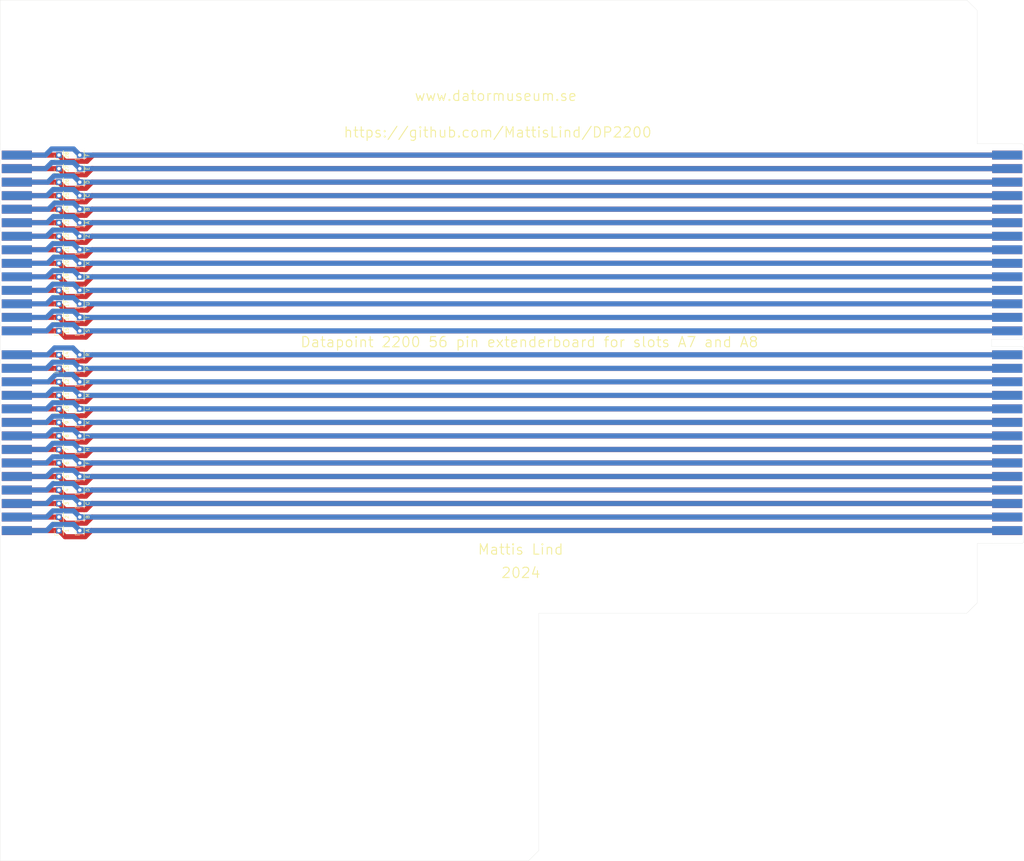
<source format=kicad_pcb>
(kicad_pcb (version 20240108) (generator "pcbnew") (generator_version "8.0")
  (layers (0 "F.Cu" signal) (31 "B.Cu" signal) (34 "B.Paste" user) (35 "F.Paste" user) (36 "B.SilkS" user "B.Silkscreen") (37 "F.SilkS" user "F.Silkscreen") (38 "B.Mask" user) (39 "F.Mask" user) (44 "Edge.Cuts" user))
  (net 0 "")
  (footprint "Connector_PinHeader_2.54mm:PinHeader_1x01_P2.54mm_Vertical" (layer "F.Cu") (at 85.961 151.47 90)
    (property "Reference" "J34" (hide yes))
    (property "Value" "7")
  )
  (footprint "Connector_PinHeader_2.54mm:PinHeader_1x01_P2.54mm_Vertical" (layer "F.Cu") (at 92.051 69.23 90)
    (property "Reference" "J27" (hide yes))
    (property "Value" "~{E}")
  )
  (footprint "CompLibraryFootprints:Datapoint_2200_56_pin_male" (layer "F.Cu") (at 359.121 176.53 90)
    (property "Reference" "J58" (hide yes))
    (property "Value" "~")
    (fp_line (start 57.31 -0.2) (end 57.31 8.8) (stroke (width 0.05)) (layer "Edge.Cuts"))
    (fp_line (start 55.25 -0.2) (end 57.31 -0.2) (stroke (width 0.05)) (layer "Edge.Cuts"))
    (fp_line (start 114.56 8.8) (end 114.56 0) (stroke (width 0.05)) (layer "Edge.Cuts"))
    (fp_line (start 114.56 8.8) (end 114.06 9.3) (stroke (width 0.05)) (layer "Edge.Cuts"))
    (fp_line (start 57.31 8.8) (end 57.81 9.3) (stroke (width 0.05)) (layer "Edge.Cuts"))
    (fp_line (start 55.25 8.8) (end 55.25 -0.2) (stroke (width 0.05)) (layer "Edge.Cuts"))
    (fp_line (start 55.25 8.8) (end 54.75 9.3) (stroke (width 0.05)) (layer "Edge.Cuts"))
    (fp_line (start -2.5 8.8) (end -2.5 0) (stroke (width 0.05)) (layer "Edge.Cuts"))
    (fp_line (start 114.06 9.3) (end 112.56 9.3) (stroke (width 0.05)) (layer "Edge.Cuts"))
    (fp_line (start 57.81 9.3) (end 112.56 9.3) (stroke (width 0.05)) (layer "Edge.Cuts"))
    (fp_line (start 54.75 9.3) (end 0 9.3) (stroke (width 0.05)) (layer "Edge.Cuts"))
    (fp_line (start 0 9.3) (end -2 9.3) (stroke (width 0.05)) (layer "Edge.Cuts"))
    (fp_line (start -2 9.3) (end -2.5 8.8) (stroke (width 0.05)) (layer "Edge.Cuts"))
  )
  (footprint "Connector_PinHeader_2.54mm:PinHeader_1x01_P2.54mm_Vertical" (layer "F.Cu") (at 85.961 143.55 90)
    (property "Reference" "J36" (hide yes))
    (property "Value" "9")
  )
  (footprint "Connector_PinHeader_2.54mm:PinHeader_1x01_P2.54mm_Vertical" (layer "F.Cu") (at 85.961 167.31 90)
    (property "Reference" "J31" (hide yes))
    (property "Value" "3")
  )
  (footprint "Connector_PinHeader_2.54mm:PinHeader_1x01_P2.54mm_Vertical" (layer "F.Cu") (at 85.961 77.15 90)
    (property "Reference" "J53" (hide yes))
    (property "Value" "25")
  )
  (footprint "Connector_PinHeader_2.54mm:PinHeader_1x01_P2.54mm_Vertical" (layer "F.Cu") (at 92.051 100.91 90)
    (property "Reference" "J19" (hide yes))
    (property "Value" "W")
  )
  (footprint "Connector_PinHeader_2.54mm:PinHeader_1x01_P2.54mm_Vertical" (layer "F.Cu") (at 92.051 139.59 90)
    (property "Reference" "J10" (hide yes))
    (property "Value" "L")
  )
  (footprint "Connector_PinHeader_2.54mm:PinHeader_1x01_P2.54mm_Vertical" (layer "F.Cu") (at 85.961 139.59 90)
    (property "Reference" "J37" (hide yes))
    (property "Value" "10")
  )
  (footprint "Connector_PinHeader_2.54mm:PinHeader_1x01_P2.54mm_Vertical" (layer "F.Cu") (at 85.961 163.35 90)
    (property "Reference" "J32" (hide yes))
    (property "Value" "4")
  )
  (footprint "Connector_PinHeader_2.54mm:PinHeader_1x01_P2.54mm_Vertical" (layer "F.Cu") (at 92.051 73.19 90)
    (property "Reference" "J26" (hide yes))
    (property "Value" "~{D}")
  )
  (footprint "Connector_PinHeader_2.54mm:PinHeader_1x01_P2.54mm_Vertical" (layer "F.Cu") (at 92.051 112.79 90)
    (property "Reference" "J16" (hide yes))
    (property "Value" "T")
  )
  (footprint "Connector_PinHeader_2.54mm:PinHeader_1x01_P2.54mm_Vertical" (layer "F.Cu") (at 85.961 65.27 90)
    (property "Reference" "J56" (hide yes))
    (property "Value" "28")
  )
  (footprint "Connector_PinHeader_2.54mm:PinHeader_1x01_P2.54mm_Vertical" (layer "F.Cu") (at 85.961 104.87 90)
    (property "Reference" "J46" (hide yes))
    (property "Value" "18")
  )
  (footprint "Connector_PinHeader_2.54mm:PinHeader_1x01_P2.54mm_Vertical" (layer "F.Cu") (at 85.961 92.99 90)
    (property "Reference" "J49" (hide yes))
    (property "Value" "21")
  )
  (footprint "Connector_PinHeader_2.54mm:PinHeader_1x01_P2.54mm_Vertical" (layer "F.Cu") (at 92.051 151.47 90)
    (property "Reference" "J7" (hide yes))
    (property "Value" "H")
  )
  (footprint "Connector_PinHeader_2.54mm:PinHeader_1x01_P2.54mm_Vertical" (layer "F.Cu") (at 92.051 167.31 90)
    (property "Reference" "J3" (hide yes))
    (property "Value" "C")
  )
  (footprint "Connector_PinHeader_2.54mm:PinHeader_1x01_P2.54mm_Vertical" (layer "F.Cu") (at 85.961 147.51 90)
    (property "Reference" "J35" (hide yes))
    (property "Value" "8")
  )
  (footprint "Connector_PinHeader_2.54mm:PinHeader_1x01_P2.54mm_Vertical" (layer "F.Cu") (at 92.051 131.67 90)
    (property "Reference" "J12" (hide yes))
    (property "Value" "N")
  )
  (footprint "Connector_PinHeader_2.54mm:PinHeader_1x01_P2.54mm_Vertical" (layer "F.Cu") (at 85.961 175.23 90)
    (property "Reference" "J29" (hide yes))
    (property "Value" "1")
  )
  (footprint "Connector_PinHeader_2.54mm:PinHeader_1x01_P2.54mm_Vertical" (layer "F.Cu") (at 92.051 123.75 90)
    (property "Reference" "J14" (hide yes))
    (property "Value" "R")
  )
  (footprint "Connector_PinHeader_2.54mm:PinHeader_1x01_P2.54mm_Vertical" (layer "F.Cu") (at 85.961 159.39 90)
    (property "Reference" "J33" (hide yes))
    (property "Value" "5")
  )
  (footprint "Connector_PinHeader_2.54mm:PinHeader_1x01_P2.54mm_Vertical" (layer "F.Cu") (at 92.051 77.15 90)
    (property "Reference" "J25" (hide yes))
    (property "Value" "~{C}")
  )
  (footprint "Connector_PinHeader_2.54mm:PinHeader_1x01_P2.54mm_Vertical" (layer "F.Cu") (at 85.961 171.27 90)
    (property "Reference" "J30" (hide yes))
    (property "Value" "2")
  )
  (footprint "Connector_PinHeader_2.54mm:PinHeader_1x01_P2.54mm_Vertical" (layer "F.Cu") (at 92.051 135.63 90)
    (property "Reference" "J11" (hide yes))
    (property "Value" "M")
  )
  (footprint "Connector_PinHeader_2.54mm:PinHeader_1x01_P2.54mm_Vertical" (layer "F.Cu") (at 92.051 81.11 90)
    (property "Reference" "J24" (hide yes))
    (property "Value" "~{B}")
  )
  (footprint "Connector_PinHeader_2.54mm:PinHeader_1x01_P2.54mm_Vertical" (layer "F.Cu") (at 92.051 92.99 90)
    (property "Reference" "J21" (hide yes))
    (property "Value" "Y")
  )
  (footprint "Connector_PinHeader_2.54mm:PinHeader_1x01_P2.54mm_Vertical" (layer "F.Cu") (at 85.961 155.43 90)
    (property "Reference" "J44" (hide yes))
    (property "Value" "6")
  )
  (footprint "Connector_PinHeader_2.54mm:PinHeader_1x01_P2.54mm_Vertical" (layer "F.Cu") (at 92.051 147.51 90)
    (property "Reference" "J8" (hide yes))
    (property "Value" "J")
  )
  (footprint "Connector_PinHeader_2.54mm:PinHeader_1x01_P2.54mm_Vertical" (layer "F.Cu") (at 92.051 171.27 90)
    (property "Reference" "J2" (hide yes))
    (property "Value" "B")
  )
  (footprint "Connector_PinHeader_2.54mm:PinHeader_1x01_P2.54mm_Vertical" (layer "F.Cu") (at 92.051 89.03 90)
    (property "Reference" "J22" (hide yes))
    (property "Value" "Z")
  )
  (footprint "Connector_PinHeader_2.54mm:PinHeader_1x01_P2.54mm_Vertical" (layer "F.Cu") (at 85.961 89.03 90)
    (property "Reference" "J50" (hide yes))
    (property "Value" "22")
  )
  (footprint "Connector_PinHeader_2.54mm:PinHeader_1x01_P2.54mm_Vertical" (layer "F.Cu") (at 85.961 123.75 90)
    (property "Reference" "J41" (hide yes))
    (property "Value" "14")
  )
  (footprint "Connector_PinHeader_2.54mm:PinHeader_1x01_P2.54mm_Vertical" (layer "F.Cu") (at 92.051 96.95 90)
    (property "Reference" "J20" (hide yes))
    (property "Value" "X")
  )
  (footprint "Connector_PinHeader_2.54mm:PinHeader_1x01_P2.54mm_Vertical" (layer "F.Cu") (at 85.961 73.19 90)
    (property "Reference" "J54" (hide yes))
    (property "Value" "26")
  )
  (footprint "Connector_PinHeader_2.54mm:PinHeader_1x01_P2.54mm_Vertical" (layer "F.Cu") (at 85.961 85.07 90)
    (property "Reference" "J51" (hide yes))
    (property "Value" "23")
  )
  (footprint "Connector_PinHeader_2.54mm:PinHeader_1x01_P2.54mm_Vertical" (layer "F.Cu") (at 85.961 135.63 90)
    (property "Reference" "J38" (hide yes))
    (property "Value" "11")
  )
  (footprint "Connector_PinHeader_2.54mm:PinHeader_1x01_P2.54mm_Vertical" (layer "F.Cu") (at 92.051 143.55 90)
    (property "Reference" "J9" (hide yes))
    (property "Value" "K")
  )
  (footprint "CompLibraryFootprints:Datapoint_2200_56_pin_female" (layer "F.Cu") (at 78.031 63.97 -90)
    (property "Reference" "J57" (hide yes))
    (property "Value" "~" (hide yes))
    (fp_line (start 0 9.3) (end -2 9.3) (stroke (width 0.05)) (layer "Edge.Cuts"))
    (fp_line (start 54.75 9.3) (end 0 9.3) (stroke (width 0.05)) (layer "Edge.Cuts"))
    (fp_line (start 54.75 9.3) (end 57.81 9.3) (stroke (width 0.05)) (layer "Edge.Cuts"))
    (fp_line (start 57.81 9.3) (end 112.56 9.3) (stroke (width 0.05)) (layer "Edge.Cuts"))
    (fp_line (start 114.06 9.3) (end 112.56 9.3) (stroke (width 0.05)) (layer "Edge.Cuts"))
  )
  (footprint "Connector_PinHeader_2.54mm:PinHeader_1x01_P2.54mm_Vertical" (layer "F.Cu") (at 85.961 112.79 90)
    (property "Reference" "J43" (hide yes))
    (property "Value" "16")
  )
  (footprint "Connector_PinHeader_2.54mm:PinHeader_1x01_P2.54mm_Vertical" (layer "F.Cu") (at 85.961 96.95 90)
    (property "Reference" "J48" (hide yes))
    (property "Value" "20")
  )
  (footprint "Connector_PinHeader_2.54mm:PinHeader_1x01_P2.54mm_Vertical" (layer "F.Cu") (at 92.051 163.35 90)
    (property "Reference" "J4" (hide yes))
    (property "Value" "D")
  )
  (footprint "Connector_PinHeader_2.54mm:PinHeader_1x01_P2.54mm_Vertical" (layer "F.Cu") (at 92.051 85.07 90)
    (property "Reference" "J23" (hide yes))
    (property "Value" "~{A}")
  )
  (footprint "Connector_PinHeader_2.54mm:PinHeader_1x01_P2.54mm_Vertical" (layer "F.Cu") (at 92.051 175.23 90)
    (property "Reference" "J1" (hide yes))
    (property "Value" "A")
  )
  (footprint "Connector_PinHeader_2.54mm:PinHeader_1x01_P2.54mm_Vertical" (layer "F.Cu") (at 92.051 127.71 90)
    (property "Reference" "J13" (hide yes))
    (property "Value" "P")
  )
  (footprint "Connector_PinHeader_2.54mm:PinHeader_1x01_P2.54mm_Vertical" (layer "F.Cu") (at 85.961 69.23 90)
    (property "Reference" "J55" (hide yes))
    (property "Value" "27")
  )
  (footprint "Connector_PinHeader_2.54mm:PinHeader_1x01_P2.54mm_Vertical" (layer "F.Cu") (at 92.051 65.27 90)
    (property "Reference" "J28" (hide yes))
    (property "Value" "~{F}")
  )
  (footprint "Connector_PinHeader_2.54mm:PinHeader_1x01_P2.54mm_Vertical" (layer "F.Cu") (at 85.961 131.67 90)
    (property "Reference" "J39" (hide yes))
    (property "Value" "12")
  )
  (footprint "Connector_PinHeader_2.54mm:PinHeader_1x01_P2.54mm_Vertical" (layer "F.Cu") (at 92.051 155.43 90)
    (property "Reference" "J6" (hide yes))
    (property "Value" "F")
  )
  (footprint "Connector_PinHeader_2.54mm:PinHeader_1x01_P2.54mm_Vertical" (layer "F.Cu") (at 85.961 100.91 90)
    (property "Reference" "J47" (hide yes))
    (property "Value" "19")
  )
  (footprint "Connector_PinHeader_2.54mm:PinHeader_1x01_P2.54mm_Vertical" (layer "F.Cu") (at 85.961 127.71 90)
    (property "Reference" "J40" (hide yes))
    (property "Value" "13")
  )
  (footprint "Connector_PinHeader_2.54mm:PinHeader_1x01_P2.54mm_Vertical" (layer "F.Cu") (at 92.051 108.83 90)
    (property "Reference" "J17" (hide yes))
    (property "Value" "U")
  )
  (footprint "Connector_PinHeader_2.54mm:PinHeader_1x01_P2.54mm_Vertical" (layer "F.Cu") (at 85.961 81.11 90)
    (property "Reference" "J52" (hide yes))
    (property "Value" "24")
  )
  (footprint "Connector_PinHeader_2.54mm:PinHeader_1x01_P2.54mm_Vertical" (layer "F.Cu") (at 92.051 159.39 90)
    (property "Reference" "J5" (hide yes))
    (property "Value" "E")
  )
  (footprint "Connector_PinHeader_2.54mm:PinHeader_1x01_P2.54mm_Vertical" (layer "F.Cu") (at 92.051 104.87 90)
    (property "Reference" "J18" (hide yes))
    (property "Value" "V")
  )
  (footprint "Connector_PinHeader_2.54mm:PinHeader_1x01_P2.54mm_Vertical" (layer "F.Cu") (at 85.961 108.83 90)
    (property "Reference" "J45" (hide yes))
    (property "Value" "17")
  )
  (footprint "Connector_PinHeader_2.54mm:PinHeader_1x01_P2.54mm_Vertical" (layer "F.Cu") (at 92.051 116.75 90)
    (property "Reference" "J15" (hide yes))
    (property "Value" "S")
  )
  (footprint "Connector_PinHeader_2.54mm:PinHeader_1x01_P2.54mm_Vertical" (layer "F.Cu") (at 85.961 116.75 90)
    (property "Reference" "J42" (hide yes))
    (property "Value" "15")
  )
  (gr_line (start 68.731 271.93) (end 68.731 192.23) (stroke (width 0.05)) (layer "Edge.Cuts"))
  (gr_line (start 359.121 179.03) (end 354.711 179.03) (stroke (width 0.05)) (layer "Edge.Cuts"))
  (gr_line (start 354.711 196.43) (end 351.711 199.43) (stroke (width 0.05)) (layer "Edge.Cuts"))
  (gr_line (start 226.411 268.93) (end 223.411 271.93) (stroke (width 0.05)) (layer "Edge.Cuts"))
  (gr_line (start 68.731 19.87) (end 68.731 61.97) (stroke (width 0.05)) (layer "Edge.Cuts"))
  (gr_line (start 68.731 178.03) (end 68.731 192.23) (stroke (width 0.05)) (layer "Edge.Cuts"))
  (gr_line (start 226.411 199.43) (end 226.411 268.93) (stroke (width 0.05)) (layer "Edge.Cuts"))
  (gr_line (start 359.121 61.97) (end 354.711 61.97) (stroke (width 0.05)) (layer "Edge.Cuts"))
  (gr_line (start 354.711 42.27) (end 354.721 42.27) (stroke (width 0.05)) (layer "Edge.Cuts"))
  (gr_line (start 354.711 179.03) (end 354.711 196.43) (stroke (width 0.05)) (layer "Edge.Cuts"))
  (gr_line (start 223.411 271.93) (end 68.731 271.93) (stroke (width 0.05)) (layer "Edge.Cuts"))
  (gr_line (start 354.711 22.87) (end 354.711 61.97) (stroke (width 0.05)) (layer "Edge.Cuts"))
  (gr_line (start 351.711 199.43) (end 226.411 199.43) (stroke (width 0.05)) (layer "Edge.Cuts"))
  (gr_line (start 351.711 19.87) (end 68.731 19.87) (stroke (width 0.05)) (layer "Edge.Cuts"))
  (gr_line (start 354.711 22.87) (end 351.711 19.87) (stroke (width 0.05)) (layer "Edge.Cuts"))
  (gr_text "Datapoint 2200 56 pin extenderboard for slots A7 and A8\n" (at 156.461 121.78 0) (layer "F.SilkS") (effects (font (size 3 3) (thickness 0.3)) (justify left bottom)))
  (gr_text "2024" (at 215.251 189.35 0) (layer "F.SilkS") (effects (font (size 3 3) (thickness 0.3)) (justify left bottom)))
  (gr_text "www.datormuseum.se" (at 189.901 49.65 0) (layer "F.SilkS") (effects (font (size 3 3) (thickness 0.3)) (justify left bottom)))
  (gr_text "Mattis Lind\n" (at 208.401 182.51 0) (layer "F.SilkS") (effects (font (size 3 3) (thickness 0.3)) (justify left bottom)))
  (gr_text "https://github.com/MattisLind/DP2200" (at 169.111 60.36 0) (layer "F.SilkS") (effects (font (size 3 3) (thickness 0.3)) (justify left bottom)))
  (segment (start 87.761 149.31) (end 85.961 147.51) (width 1.5) (layer "F.Cu") (net 0))
  (segment (start 95.651 96.95) (end 93.831 98.77) (width 1.5) (layer "F.Cu") (net 0))
  (segment (start 363.521 135.63) (end 95.651 135.63) (width 1.5) (layer "F.Cu") (net 0))
  (segment (start 363.521 131.67) (end 95.651 131.67) (width 1.5) (layer "F.Cu") (net 0))
  (segment (start 363.521 89.03) (end 95.651 89.03) (width 1.5) (layer "F.Cu") (net 0))
  (segment (start 87.971 141.6) (end 85.961 139.59) (width 1.5) (layer "F.Cu") (net 0))
  (segment (start 73.631 127.71) (end 85.961 127.71) (width 1.5) (layer "F.Cu") (net 0))
  (segment (start 87.761 161.19) (end 85.961 159.39) (width 1.5) (layer "F.Cu") (net 0))
  (segment (start 85.961 65.27) (end 87.761 67.07) (width 1.5) (layer "F.Cu") (net 0))
  (segment (start 96.011 108.83) (end 94.171 110.67) (width 1.5) (layer "F.Cu") (net 0))
  (segment (start 93.851 106.67) (end 87.761 106.67) (width 1.5) (layer "F.Cu") (net 0))
  (segment (start 363.521 167.31) (end 95.651 167.31) (width 1.5) (layer "F.Cu") (net 0))
  (segment (start 363.521 143.55) (end 95.651 143.55) (width 1.5) (layer "F.Cu") (net 0))
  (segment (start 87.761 133.47) (end 85.961 131.67) (width 1.5) (layer "F.Cu") (net 0))
  (segment (start 93.831 118.57) (end 87.781 118.57) (width 1.5) (layer "F.Cu") (net 0))
  (segment (start 363.521 163.35) (end 95.631 163.35) (width 1.5) (layer "F.Cu") (net 0))
  (segment (start 95.651 112.79) (end 93.851 114.59) (width 1.5) (layer "F.Cu") (net 0))
  (segment (start 93.851 169.11) (end 87.761 169.11) (width 1.5) (layer "F.Cu") (net 0))
  (segment (start 73.631 167.31) (end 85.961 167.31) (width 1.5) (layer "F.Cu") (net 0))
  (segment (start 93.851 137.43) (end 87.761 137.43) (width 1.5) (layer "F.Cu") (net 0))
  (segment (start 93.851 129.51) (end 87.761 129.51) (width 1.5) (layer "F.Cu") (net 0))
  (segment (start 95.651 159.39) (end 93.851 161.19) (width 1.5) (layer "F.Cu") (net 0))
  (segment (start 73.631 69.23) (end 85.961 69.23) (width 1.5) (layer "F.Cu") (net 0))
  (segment (start 73.631 73.19) (end 85.961 73.19) (width 1.5) (layer "F.Cu") (net 0))
  (segment (start 73.631 65.27) (end 85.961 65.27) (width 1.5) (layer "F.Cu") (net 0))
  (segment (start 73.631 175.23) (end 85.961 175.23) (width 1.5) (layer "F.Cu") (net 0))
  (segment (start 95.651 89.03) (end 93.851 90.83) (width 1.5) (layer "F.Cu") (net 0))
  (segment (start 93.851 78.95) (end 87.761 78.95) (width 1.5) (layer "F.Cu") (net 0))
  (segment (start 363.521 96.95) (end 95.651 96.95) (width 1.5) (layer "F.Cu") (net 0))
  (segment (start 95.651 73.19) (end 93.851 74.99) (width 1.5) (layer "F.Cu") (net 0))
  (segment (start 93.851 157.23) (end 87.761 157.23) (width 1.5) (layer "F.Cu") (net 0))
  (segment (start 363.521 77.15) (end 95.651 77.15) (width 1.5) (layer "F.Cu") (net 0))
  (segment (start 85.961 69.23) (end 87.761 71.03) (width 1.5) (layer "F.Cu") (net 0))
  (segment (start 95.921 65.27) (end 363.521 65.27) (width 1.5) (layer "F.Cu") (net 0))
  (segment (start 95.651 81.11) (end 93.851 82.91) (width 1.5) (layer "F.Cu") (net 0))
  (segment (start 87.761 82.91) (end 85.961 81.11) (width 1.5) (layer "F.Cu") (net 0))
  (segment (start 73.631 81.11) (end 85.961 81.11) (width 1.5) (layer "F.Cu") (net 0))
  (segment (start 73.631 147.51) (end 85.961 147.51) (width 1.5) (layer "F.Cu") (net 0))
  (segment (start 93.831 165.15) (end 87.761 165.15) (width 1.5) (layer "F.Cu") (net 0))
  (segment (start 363.521 175.23) (end 95.431 175.23) (width 1.5) (layer "F.Cu") (net 0))
  (segment (start 95.651 151.47) (end 93.851 153.27) (width 1.5) (layer "F.Cu") (net 0))
  (segment (start 87.761 177.03) (end 85.961 175.23) (width 1.5) (layer "F.Cu") (net 0))
  (segment (start 73.631 116.75) (end 85.961 116.75) (width 1.5) (layer "F.Cu") (net 0))
  (segment (start 95.651 143.55) (end 93.851 145.35) (width 1.5) (layer "F.Cu") (net 0))
  (segment (start 73.631 104.87) (end 85.961 104.87) (width 1.5) (layer "F.Cu") (net 0))
  (segment (start 73.631 123.75) (end 85.961 123.75) (width 1.5) (layer "F.Cu") (net 0))
  (segment (start 93.851 90.83) (end 87.781 90.83) (width 1.5) (layer "F.Cu") (net 0))
  (segment (start 95.651 100.91) (end 93.491 103.07) (width 1.5) (layer "F.Cu") (net 0))
  (segment (start 95.651 92.99) (end 93.851 94.79) (width 1.5) (layer "F.Cu") (net 0))
  (segment (start 88.121 103.07) (end 85.961 100.91) (width 1.5) (layer "F.Cu") (net 0))
  (segment (start 85.981 89.03) (end 85.961 89.03) (width 1.5) (layer "F.Cu") (net 0))
  (segment (start 87.761 71.03) (end 93.861 71.03) (width 1.5) (layer "F.Cu") (net 0))
  (segment (start 93.851 114.59) (end 89.541 114.59) (width 1.5) (layer "F.Cu") (net 0))
  (segment (start 95.651 135.63) (end 93.851 137.43) (width 1.5) (layer "F.Cu") (net 0))
  (segment (start 93.641 141.6) (end 87.971 141.6) (width 1.5) (layer "F.Cu") (net 0))
  (segment (start 87.801 110.67) (end 85.961 108.83) (width 1.5) (layer "F.Cu") (net 0))
  (segment (start 87.761 153.27) (end 85.961 151.47) (width 1.5) (layer "F.Cu") (net 0))
  (segment (start 363.521 139.59) (end 95.651 139.59) (width 1.5) (layer "F.Cu") (net 0))
  (segment (start 73.631 163.35) (end 85.961 163.35) (width 1.5) (layer "F.Cu") (net 0))
  (segment (start 87.761 145.35) (end 85.961 143.55) (width 1.5) (layer "F.Cu") (net 0))
  (segment (start 87.741 114.57) (end 85.961 112.79) (width 1.5) (layer "F.Cu") (net 0))
  (segment (start 95.781 69.23) (end 363.521 69.23) (width 1.5) (layer "F.Cu") (net 0))
  (segment (start 73.631 143.55) (end 85.961 143.55) (width 1.5) (layer "F.Cu") (net 0))
  (segment (start 87.761 106.67) (end 85.961 104.87) (width 1.5) (layer "F.Cu") (net 0))
  (segment (start 94.171 110.67) (end 87.801 110.67) (width 1.5) (layer "F.Cu") (net 0))
  (segment (start 93.831 98.77) (end 87.781 98.77) (width 1.5) (layer "F.Cu") (net 0))
  (segment (start 363.521 92.99) (end 95.651 92.99) (width 1.5) (layer "F.Cu") (net 0))
  (segment (start 73.631 139.59) (end 85.961 139.59) (width 1.5) (layer "F.Cu") (net 0))
  (segment (start 93.921 86.87) (end 87.761 86.87) (width 1.5) (layer "F.Cu") (net 0))
  (segment (start 73.631 77.15) (end 85.961 77.15) (width 1.5) (layer "F.Cu") (net 0))
  (segment (start 73.631 112.79) (end 85.961 112.79) (width 1.5) (layer "F.Cu") (net 0))
  (segment (start 363.521 112.79) (end 95.651 112.79) (width 1.5) (layer "F.Cu") (net 0))
  (segment (start 73.631 108.83) (end 85.961 108.83) (width 1.5) (layer "F.Cu") (net 0))
  (segment (start 89.521 114.57) (end 87.741 114.57) (width 1.5) (layer "F.Cu") (net 0))
  (segment (start 95.651 171.27) (end 93.851 173.07) (width 1.5) (layer "F.Cu") (net 0))
  (segment (start 73.631 131.67) (end 85.961 131.67) (width 1.5) (layer "F.Cu") (net 0))
  (segment (start 87.841 94.79) (end 86.041 92.99) (width 1.5) (layer "F.Cu") (net 0))
  (segment (start 94.121 67.07) (end 95.921 65.27) (width 1.5) (layer "F.Cu") (net 0))
  (segment (start 363.521 85.07) (end 95.721 85.07) (width 1.5) (layer "F.Cu") (net 0))
  (segment (start 95.651 139.59) (end 93.641 141.6) (width 1.5) (layer "F.Cu") (net 0))
  (segment (start 89.541 114.59) (end 89.521 114.57) (width 1.5) (layer "F.Cu") (net 0))
  (segment (start 93.851 149.31) (end 87.761 149.31) (width 1.5) (layer "F.Cu") (net 0))
  (segment (start 95.651 167.31) (end 93.851 169.11) (width 1.5) (layer "F.Cu") (net 0))
  (segment (start 363.521 104.87) (end 95.651 104.87) (width 1.5) (layer "F.Cu") (net 0))
  (segment (start 93.851 145.35) (end 87.761 145.35) (width 1.5) (layer "F.Cu") (net 0))
  (segment (start 363.521 159.39) (end 95.651 159.39) (width 1.5) (layer "F.Cu") (net 0))
  (segment (start 73.631 92.99) (end 85.961 92.99) (width 1.5) (layer "F.Cu") (net 0))
  (segment (start 363.521 116.75) (end 95.651 116.75) (width 1.5) (layer "F.Cu") (net 0))
  (segment (start 95.631 163.35) (end 93.831 165.15) (width 1.5) (layer "F.Cu") (net 0))
  (segment (start 87.761 125.55) (end 85.961 123.75) (width 1.5) (layer "F.Cu") (net 0))
  (segment (start 93.851 173.07) (end 87.761 173.07) (width 1.5) (layer "F.Cu") (net 0))
  (segment (start 87.761 169.11) (end 85.961 167.31) (width 1.5) (layer "F.Cu") (net 0))
  (segment (start 73.631 96.95) (end 85.961 96.95) (width 1.5) (layer "F.Cu") (net 0))
  (segment (start 363.521 81.11) (end 95.651 81.11) (width 1.5) (layer "F.Cu") (net 0))
  (segment (start 95.721 85.07) (end 93.921 86.87) (width 1.5) (layer "F.Cu") (net 0))
  (segment (start 363.521 127.71) (end 95.651 127.71) (width 1.5) (layer "F.Cu") (net 0))
  (segment (start 363.521 100.91) (end 95.651 100.91) (width 1.5) (layer "F.Cu") (net 0))
  (segment (start 95.651 147.51) (end 93.851 149.31) (width 1.5) (layer "F.Cu") (net 0))
  (segment (start 73.631 89.03) (end 85.961 89.03) (width 1.5) (layer "F.Cu") (net 0))
  (segment (start 73.631 100.91) (end 85.961 100.91) (width 1.5) (layer "F.Cu") (net 0))
  (segment (start 95.651 123.75) (end 93.851 125.55) (width 1.5) (layer "F.Cu") (net 0))
  (segment (start 86.041 92.99) (end 85.961 92.99) (width 1.5) (layer "F.Cu") (net 0))
  (segment (start 87.761 78.95) (end 85.961 77.15) (width 1.5) (layer "F.Cu") (net 0))
  (segment (start 87.781 90.83) (end 85.981 89.03) (width 1.5) (layer "F.Cu") (net 0))
  (segment (start 87.761 137.43) (end 85.961 135.63) (width 1.5) (layer "F.Cu") (net 0))
  (segment (start 87.761 74.99) (end 85.961 73.19) (width 1.5) (layer "F.Cu") (net 0))
  (segment (start 363.521 155.43) (end 95.651 155.43) (width 1.5) (layer "F.Cu") (net 0))
  (segment (start 93.851 94.79) (end 87.841 94.79) (width 1.5) (layer "F.Cu") (net 0))
  (segment (start 95.651 131.67) (end 93.851 133.47) (width 1.5) (layer "F.Cu") (net 0))
  (segment (start 95.651 127.71) (end 93.851 129.51) (width 1.5) (layer "F.Cu") (net 0))
  (segment (start 87.761 173.07) (end 85.961 171.27) (width 1.5) (layer "F.Cu") (net 0))
  (segment (start 363.521 123.75) (end 95.651 123.75) (width 1.5) (layer "F.Cu") (net 0))
  (segment (start 363.521 108.83) (end 96.011 108.83) (width 1.5) (layer "F.Cu") (net 0))
  (segment (start 93.851 82.91) (end 87.761 82.91) (width 1.5) (layer "F.Cu") (net 0))
  (segment (start 73.631 85.07) (end 85.961 85.07) (width 1.5) (layer "F.Cu") (net 0))
  (segment (start 73.631 135.63) (end 85.961 135.63) (width 1.5) (layer "F.Cu") (net 0))
  (segment (start 73.631 151.47) (end 85.961 151.47) (width 1.5) (layer "F.Cu") (net 0))
  (segment (start 93.851 125.55) (end 87.761 125.55) (width 1.5) (layer "F.Cu") (net 0))
  (segment (start 93.851 133.47) (end 87.761 133.47) (width 1.5) (layer "F.Cu") (net 0))
  (segment (start 93.851 161.19) (end 87.761 161.19) (width 1.5) (layer "F.Cu") (net 0))
  (segment (start 73.631 159.39) (end 85.961 159.39) (width 1.5) (layer "F.Cu") (net 0))
  (segment (start 95.651 104.87) (end 93.851 106.67) (width 1.5) (layer "F.Cu") (net 0))
  (segment (start 93.491 103.07) (end 88.121 103.07) (width 1.5) (layer "F.Cu") (net 0))
  (segment (start 95.721 69.17) (end 95.781 69.23) (width 1.5) (layer "F.Cu") (net 0))
  (segment (start 93.631 177.03) (end 87.761 177.03) (width 1.5) (layer "F.Cu") (net 0))
  (segment (start 87.761 165.15) (end 85.961 163.35) (width 1.5) (layer "F.Cu") (net 0))
  (segment (start 73.631 155.43) (end 85.961 155.43) (width 1.5) (layer "F.Cu") (net 0))
  (segment (start 363.521 73.19) (end 95.651 73.19) (width 1.5) (layer "F.Cu") (net 0))
  (segment (start 363.521 151.47) (end 95.651 151.47) (width 1.5) (layer "F.Cu") (net 0))
  (segment (start 87.761 129.51) (end 85.961 127.71) (width 1.5) (layer "F.Cu") (net 0))
  (segment (start 87.761 67.07) (end 94.121 67.07) (width 1.5) (layer "F.Cu") (net 0))
  (segment (start 93.861 71.03) (end 95.721 69.17) (width 1.5) (layer "F.Cu") (net 0))
  (segment (start 363.521 171.27) (end 95.651 171.27) (width 1.5) (layer "F.Cu") (net 0))
  (segment (start 87.781 98.77) (end 85.961 96.95) (width 1.5) (layer "F.Cu") (net 0))
  (segment (start 73.631 171.27) (end 85.961 171.27) (width 1.5) (layer "F.Cu") (net 0))
  (segment (start 95.431 175.23) (end 93.631 177.03) (width 1.5) (layer "F.Cu") (net 0))
  (segment (start 87.781 118.57) (end 85.961 116.75) (width 1.5) (layer "F.Cu") (net 0))
  (segment (start 87.761 86.87) (end 85.961 85.07) (width 1.5) (layer "F.Cu") (net 0))
  (segment (start 93.851 74.99) (end 87.761 74.99) (width 1.5) (layer "F.Cu") (net 0))
  (segment (start 95.651 116.75) (end 93.831 118.57) (width 1.5) (layer "F.Cu") (net 0))
  (segment (start 95.651 155.43) (end 93.851 157.23) (width 1.5) (layer "F.Cu") (net 0))
  (segment (start 363.521 147.51) (end 95.651 147.51) (width 1.5) (layer "F.Cu") (net 0))
  (segment (start 87.761 157.23) (end 85.961 155.43) (width 1.5) (layer "F.Cu") (net 0))
  (segment (start 95.651 77.15) (end 93.851 78.95) (width 1.5) (layer "F.Cu") (net 0))
  (segment (start 93.851 153.27) (end 87.761 153.27) (width 1.5) (layer "F.Cu") (net 0))
  (segment (start 82.361 151.47) (end 84.161 149.67) (width 1.5) (layer "B.Cu") (net 0))
  (segment (start 84.161 153.63) (end 90.251 153.63) (width 1.5) (layer "B.Cu") (net 0))
  (segment (start 90.281 157.59) (end 92.051 159.36) (width 1.5) (layer "B.Cu") (net 0))
  (segment (start 90.251 110.99) (end 92.051 112.79) (width 1.5) (layer "B.Cu") (net 0))
  (segment (start 82.701 73.19) (end 73.631 73.19) (width 1.5) (layer "B.Cu") (net 0))
  (segment (start 84.171 137.78) (end 90.241 137.78) (width 1.5) (layer "B.Cu") (net 0))
  (segment (start 82.881 81.11) (end 73.631 81.11) (width 1.5) (layer "B.Cu") (net 0))
  (segment (start 90.261 141.76) (end 92.051 143.55) (width 1.5) (layer "B.Cu") (net 0))
  (segment (start 73.631 163.35) (end 82.361 163.35) (width 1.5) (layer "B.Cu") (net 0))
  (segment (start 90.141 161.45) (end 92.041 163.35) (width 1.5) (layer "B.Cu") (net 0))
  (segment (start 82.361 92.99) (end 84.161 91.19) (width 1.5) (layer "B.Cu") (net 0))
  (segment (start 90.261 169.47) (end 92.051 171.26) (width 1.5) (layer "B.Cu") (net 0))
  (segment (start 90.251 75.35) (end 84.241 75.35) (width 1.5) (layer "B.Cu") (net 0))
  (segment (start 363.521 147.51) (end 92.051 147.51) (width 1.5) (layer "B.Cu") (net 0))
  (segment (start 83.861 67.43) (end 90.251 67.43) (width 1.5) (layer "B.Cu") (net 0))
  (segment (start 92.051 151.47) (end 363.521 151.47) (width 1.5) (layer "B.Cu") (net 0))
  (segment (start 363.521 131.67) (end 92.051 131.67) (width 1.5) (layer "B.Cu") (net 0))
  (segment (start 92.051 89.03) (end 90.251 87.23) (width 1.5) (layer "B.Cu") (net 0))
  (segment (start 363.521 155.43) (end 92.051 155.43) (width 1.5) (layer "B.Cu") (net 0))
  (segment (start 84.441 95.15) (end 82.641 96.95) (width 1.5) (layer "B.Cu") (net 0))
  (segment (start 82.361 116.75) (end 84.161 114.95) (width 1.5) (layer "B.Cu") (net 0))
  (segment (start 82.361 104.87) (end 84.161 103.07) (width 1.5) (layer "B.Cu") (net 0))
  (segment (start 84.161 110.99) (end 90.251 110.99) (width 1.5) (layer "B.Cu") (net 0))
  (segment (start 82.671 123.75) (end 84.681 121.74) (width 1.5) (layer "B.Cu") (net 0))
  (segment (start 84.161 103.07) (end 90.251 103.07) (width 1.5) (layer "B.Cu") (net 0))
  (segment (start 82.361 155.43) (end 84.161 153.63) (width 1.5) (layer "B.Cu") (net 0))
  (segment (start 84.241 75.35) (end 82.441 77.15) (width 1.5) (layer "B.Cu") (net 0))
  (segment (start 82.361 89.03) (end 73.631 89.03) (width 1.5) (layer "B.Cu") (net 0))
  (segment (start 92.051 96.95) (end 90.251 95.15) (width 1.5) (layer "B.Cu") (net 0))
  (segment (start 82.361 159.39) (end 84.161 157.59) (width 1.5) (layer "B.Cu") (net 0))
  (segment (start 92.051 167.31) (end 363.521 167.31) (width 1.5) (layer "B.Cu") (net 0))
  (segment (start 92.051 135.63) (end 363.521 135.63) (width 1.5) (layer "B.Cu") (net 0))
  (segment (start 92.051 151.45) (end 92.051 151.47) (width 1.5) (layer "B.Cu") (net 0))
  (segment (start 84.161 87.23) (end 82.361 89.03) (width 1.5) (layer "B.Cu") (net 0))
  (segment (start 82.361 135.63) (end 84.161 133.83) (width 1.5) (layer "B.Cu") (net 0))
  (segment (start 84.161 141.75) (end 87.991 141.75) (width 1.5) (layer "B.Cu") (net 0))
  (segment (start 73.631 131.67) (end 82.881 131.67) (width 1.5) (layer "B.Cu") (net 0))
  (segment (start 84.161 125.91) (end 90.251 125.91) (width 1.5) (layer "B.Cu") (net 0))
  (segment (start 73.631 155.43) (end 82.361 155.43) (width 1.5) (layer "B.Cu") (net 0))
  (segment (start 84.161 173.43) (end 90.251 173.43) (width 1.5) (layer "B.Cu") (net 0))
  (segment (start 84.161 107.03) (end 90.251 107.03) (width 1.5) (layer "B.Cu") (net 0))
  (segment (start 90.251 95.15) (end 84.441 95.15) (width 1.5) (layer "B.Cu") (net 0))
  (segment (start 90.251 114.95) (end 92.051 116.75) (width 1.5) (layer "B.Cu") (net 0))
  (segment (start 73.631 104.87) (end 82.361 104.87) (width 1.5) (layer "B.Cu") (net 0))
  (segment (start 84.161 169.47) (end 90.261 169.47) (width 1.5) (layer "B.Cu") (net 0))
  (segment (start 92.051 167.3) (end 92.051 167.31) (width 1.5) (layer "B.Cu") (net 0))
  (segment (start 82.061 69.23) (end 83.861 67.43) (width 1.5) (layer "B.Cu") (net 0))
  (segment (start 90.251 133.83) (end 92.051 135.63) (width 1.5) (layer "B.Cu") (net 0))
  (segment (start 363.521 81.11) (end 92.051 81.11) (width 1.5) (layer "B.Cu") (net 0))
  (segment (start 92.041 163.35) (end 92.051 163.35) (width 1.5) (layer "B.Cu") (net 0))
  (segment (start 82.361 112.79) (end 84.161 110.99) (width 1.5) (layer "B.Cu") (net 0))
  (segment (start 73.631 143.55) (end 82.361 143.55) (width 1.5) (layer "B.Cu") (net 0))
  (segment (start 92.051 73.19) (end 90.251 71.39) (width 1.5) (layer "B.Cu") (net 0))
  (segment (start 92.051 171.26) (end 92.051 171.27) (width 1.5) (layer "B.Cu") (net 0))
  (segment (start 83.821 63.47) (end 90.251 63.47) (width 1.5) (layer "B.Cu") (net 0))
  (segment (start 82.361 100.91) (end 84.161 99.11) (width 1.5) (layer "B.Cu") (net 0))
  (segment (start 92.051 143.55) (end 363.521 143.55) (width 1.5) (layer "B.Cu") (net 0))
  (segment (start 90.251 63.47) (end 92.051 65.27) (width 1.5) (layer "B.Cu") (net 0))
  (segment (start 84.161 114.95) (end 90.251 114.95) (width 1.5) (layer "B.Cu") (net 0))
  (segment (start 90.251 67.43) (end 92.051 69.23) (width 1.5) (layer "B.Cu") (net 0))
  (segment (start 90.251 153.63) (end 92.051 155.43) (width 1.5) (layer "B.Cu") (net 0))
  (segment (start 73.631 139.59) (end 82.361 139.59) (width 1.5) (layer "B.Cu") (net 0))
  (segment (start 92.051 159.39) (end 363.521 159.39) (width 1.5) (layer "B.Cu") (net 0))
  (segment (start 73.631 147.51) (end 82.361 147.51) (width 1.5) (layer "B.Cu") (net 0))
  (segment (start 90.251 125.91) (end 92.051 127.71) (width 1.5) (layer "B.Cu") (net 0))
  (segment (start 87.991 141.75) (end 88.001 141.76) (width 1.5) (layer "B.Cu") (net 0))
  (segment (start 82.881 131.67) (end 85.041 129.51) (width 1.5) (layer "B.Cu") (net 0))
  (segment (start 73.631 151.47) (end 82.361 151.47) (width 1.5) (layer "B.Cu") (net 0))
  (segment (start 92.051 85.07) (end 90.251 83.27) (width 1.5) (layer "B.Cu") (net 0))
  (segment (start 82.361 147.51) (end 84.161 145.71) (width 1.5) (layer "B.Cu") (net 0))
  (segment (start 92.051 69.23) (end 363.521 69.23) (width 1.5) (layer "B.Cu") (net 0))
  (segment (start 363.521 139.59) (end 92.051 139.59) (width 1.5) (layer "B.Cu") (net 0))
  (segment (start 90.251 173.43) (end 92.051 175.23) (width 1.5) (layer "B.Cu") (net 0))
  (segment (start 82.441 77.15) (end 73.631 77.15) (width 1.5) (layer "B.Cu") (net 0))
  (segment (start 73.631 65.27) (end 82.021 65.27) (width 1.5) (layer "B.Cu") (net 0))
  (segment (start 82.361 171.27) (end 84.161 169.47) (width 1.5) (layer "B.Cu") (net 0))
  (segment (start 84.681 79.31) (end 82.881 81.11) (width 1.5) (layer "B.Cu") (net 0))
  (segment (start 90.261 165.51) (end 92.051 167.3) (width 1.5) (layer "B.Cu") (net 0))
  (segment (start 90.241 137.78) (end 92.051 139.59) (width 1.5) (layer "B.Cu") (net 0))
  (segment (start 90.041 121.74) (end 92.051 123.75) (width 1.5) (layer "B.Cu") (net 0))
  (segment (start 82.361 143.55) (end 84.161 141.75) (width 1.5) (layer "B.Cu") (net 0))
  (segment (start 73.631 159.39) (end 82.361 159.39) (width 1.5) (layer "B.Cu") (net 0))
  (segment (start 90.251 79.31) (end 84.681 79.31) (width 1.5) (layer "B.Cu") (net 0))
  (segment (start 90.251 71.39) (end 84.501 71.39) (width 1.5) (layer "B.Cu") (net 0))
  (segment (start 82.361 163.35) (end 84.261 161.45) (width 1.5) (layer "B.Cu") (net 0))
  (segment (start 82.521 85.07) (end 73.631 85.07) (width 1.5) (layer "B.Cu") (net 0))
  (segment (start 92.051 100.91) (end 363.521 100.91) (width 1.5) (layer "B.Cu") (net 0))
  (segment (start 363.521 96.95) (end 92.051 96.95) (width 1.5) (layer "B.Cu") (net 0))
  (segment (start 90.251 107.03) (end 92.051 108.83) (width 1.5) (layer "B.Cu") (net 0))
  (segment (start 84.161 145.71) (end 90.251 145.71) (width 1.5) (layer "B.Cu") (net 0))
  (segment (start 73.631 135.63) (end 82.361 135.63) (width 1.5) (layer "B.Cu") (net 0))
  (segment (start 82.361 167.31) (end 84.161 165.51) (width 1.5) (layer "B.Cu") (net 0))
  (segment (start 85.041 129.51) (end 89.891 129.51) (width 1.5) (layer "B.Cu") (net 0))
  (segment (start 90.251 145.71) (end 92.051 147.51) (width 1.5) (layer "B.Cu") (net 0))
  (segment (start 82.361 175.23) (end 84.161 173.43) (width 1.5) (layer "B.Cu") (net 0))
  (segment (start 82.361 108.83) (end 84.161 107.03) (width 1.5) (layer "B.Cu") (net 0))
  (segment (start 73.631 92.99) (end 82.361 92.99) (width 1.5) (layer "B.Cu") (net 0))
  (segment (start 84.261 161.45) (end 90.141 161.45) (width 1.5) (layer "B.Cu") (net 0))
  (segment (start 92.051 81.11) (end 90.251 79.31) (width 1.5) (layer "B.Cu") (net 0))
  (segment (start 84.161 99.11) (end 90.251 99.11) (width 1.5) (layer "B.Cu") (net 0))
  (segment (start 92.051 65.27) (end 363.521 65.27) (width 1.5) (layer "B.Cu") (net 0))
  (segment (start 92.051 85.07) (end 363.521 85.07) (width 1.5) (layer "B.Cu") (net 0))
  (segment (start 90.251 87.23) (end 84.161 87.23) (width 1.5) (layer "B.Cu") (net 0))
  (segment (start 82.361 127.71) (end 84.161 125.91) (width 1.5) (layer "B.Cu") (net 0))
  (segment (start 89.891 129.51) (end 92.051 131.67) (width 1.5) (layer "B.Cu") (net 0))
  (segment (start 84.321 83.27) (end 82.521 85.07) (width 1.5) (layer "B.Cu") (net 0))
  (segment (start 84.161 149.67) (end 90.271 149.67) (width 1.5) (layer "B.Cu") (net 0))
  (segment (start 88.001 141.76) (end 90.261 141.76) (width 1.5) (layer "B.Cu") (net 0))
  (segment (start 73.631 69.23) (end 82.061 69.23) (width 1.5) (layer "B.Cu") (net 0))
  (segment (start 92.051 92.99) (end 363.521 92.99) (width 1.5) (layer "B.Cu") (net 0))
  (segment (start 84.161 133.83) (end 90.251 133.83) (width 1.5) (layer "B.Cu") (net 0))
  (segment (start 73.631 167.31) (end 82.361 167.31) (width 1.5) (layer "B.Cu") (net 0))
  (segment (start 82.361 139.59) (end 84.171 137.78) (width 1.5) (layer "B.Cu") (net 0))
  (segment (start 84.501 71.39) (end 82.701 73.19) (width 1.5) (layer "B.Cu") (net 0))
  (segment (start 363.521 73.19) (end 92.051 73.19) (width 1.5) (layer "B.Cu") (net 0))
  (segment (start 90.251 99.11) (end 92.051 100.91) (width 1.5) (layer "B.Cu") (net 0))
  (segment (start 84.681 121.74) (end 90.041 121.74) (width 1.5) (layer "B.Cu") (net 0))
  (segment (start 73.631 127.71) (end 82.361 127.71) (width 1.5) (layer "B.Cu") (net 0))
  (segment (start 363.521 112.79) (end 92.051 112.79) (width 1.5) (layer "B.Cu") (net 0))
  (segment (start 92.051 116.75) (end 363.521 116.75) (width 1.5) (layer "B.Cu") (net 0))
  (segment (start 82.021 65.27) (end 83.821 63.47) (width 1.5) (layer "B.Cu") (net 0))
  (segment (start 73.631 171.27) (end 82.361 171.27) (width 1.5) (layer "B.Cu") (net 0))
  (segment (start 92.051 175.23) (end 363.521 175.23) (width 1.5) (layer "B.Cu") (net 0))
  (segment (start 363.521 104.87) (end 92.051 104.87) (width 1.5) (layer "B.Cu") (net 0))
  (segment (start 363.521 89.03) (end 92.051 89.03) (width 1.5) (layer "B.Cu") (net 0))
  (segment (start 84.161 91.19) (end 90.141 91.19) (width 1.5) (layer "B.Cu") (net 0))
  (segment (start 92.051 127.71) (end 363.521 127.71) (width 1.5) (layer "B.Cu") (net 0))
  (segment (start 82.641 96.95) (end 73.631 96.95) (width 1.5) (layer "B.Cu") (net 0))
  (segment (start 90.251 83.27) (end 84.321 83.27) (width 1.5) (layer "B.Cu") (net 0))
  (segment (start 363.521 123.75) (end 92.051 123.75) (width 1.5) (layer "B.Cu") (net 0))
  (segment (start 73.631 100.91) (end 82.361 100.91) (width 1.5) (layer "B.Cu") (net 0))
  (segment (start 363.521 171.27) (end 92.051 171.27) (width 1.5) (layer "B.Cu") (net 0))
  (segment (start 84.161 157.59) (end 90.281 157.59) (width 1.5) (layer "B.Cu") (net 0))
  (segment (start 90.141 91.19) (end 91.941 92.99) (width 1.5) (layer "B.Cu") (net 0))
  (segment (start 363.521 163.35) (end 92.051 163.35) (width 1.5) (layer "B.Cu") (net 0))
  (segment (start 92.051 159.36) (end 92.051 159.39) (width 1.5) (layer "B.Cu") (net 0))
  (segment (start 73.631 116.75) (end 82.361 116.75) (width 1.5) (layer "B.Cu") (net 0))
  (segment (start 84.161 165.51) (end 90.261 165.51) (width 1.5) (layer "B.Cu") (net 0))
  (segment (start 92.051 77.15) (end 90.251 75.35) (width 1.5) (layer "B.Cu") (net 0))
  (segment (start 90.251 103.07) (end 92.051 104.87) (width 1.5) (layer "B.Cu") (net 0))
  (segment (start 92.051 77.15) (end 363.521 77.15) (width 1.5) (layer "B.Cu") (net 0))
  (segment (start 73.631 123.75) (end 82.671 123.75) (width 1.5) (layer "B.Cu") (net 0))
  (segment (start 73.631 108.83) (end 82.361 108.83) (width 1.5) (layer "B.Cu") (net 0))
  (segment (start 90.271 149.67) (end 92.051 151.45) (width 1.5) (layer "B.Cu") (net 0))
  (segment (start 91.941 92.99) (end 92.051 92.99) (width 1.5) (layer "B.Cu") (net 0))
  (segment (start 73.631 175.23) (end 82.361 175.23) (width 1.5) (layer "B.Cu") (net 0))
  (segment (start 92.051 108.83) (end 363.521 108.83) (width 1.5) (layer "B.Cu") (net 0))
  (segment (start 73.631 112.79) (end 82.361 112.79) (width 1.5) (layer "B.Cu") (net 0))
)
</source>
